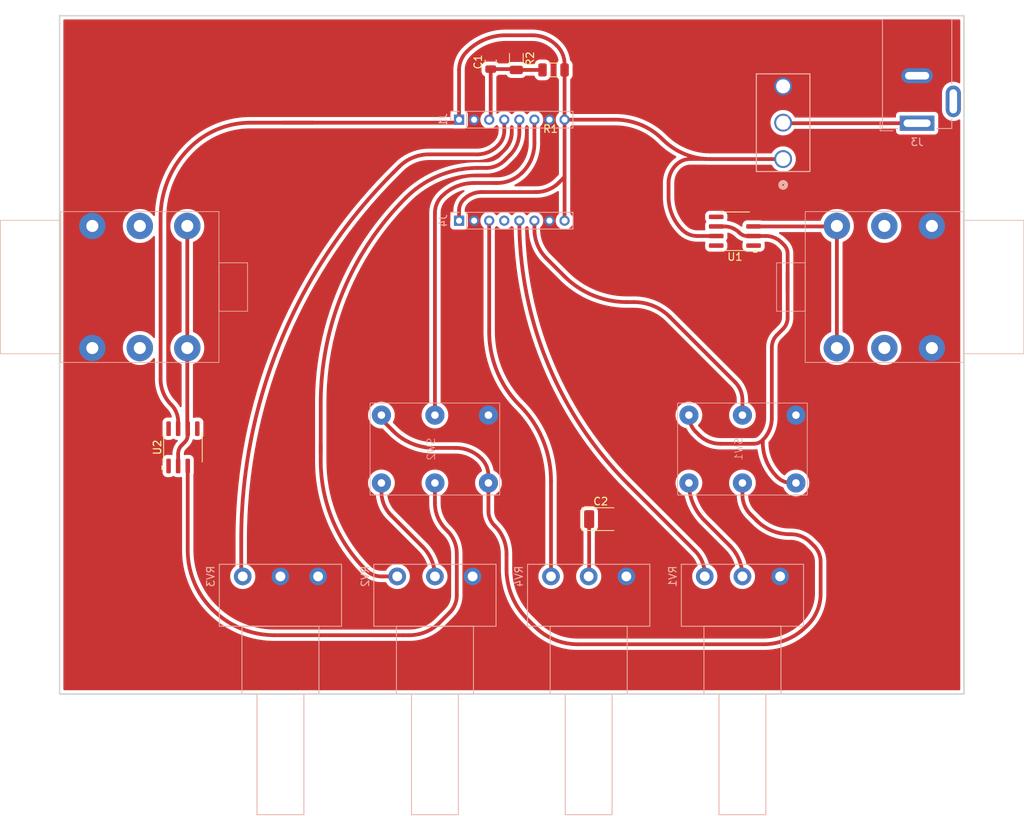
<source format=kicad_pcb>
(kicad_pcb (version 20241229) (generator "pcbnew") (generator_version "9.0")
  (layers (0 "F.Cu" signal) (2 "B.Cu" signal) (13 "F.Paste" user) (15 "B.Paste" user) (5 "F.SilkS" user "F.Silkscreen") (7 "B.SilkS" user "B.Silkscreen") (1 "F.Mask" user) (3 "B.Mask" user) (25 "Edge.Cuts" user))
  (net 0 "")
  (net 1 "GND")
  (net 2 "4.5V")
  (net 3 "Net-(C2-Pad1)")
  (net 4 "potDist")
  (net 5 "9V")
  (net 6 "DistOut")
  (net 7 "DistIn")
  (net 8 "AudioOut")
  (net 11 "Net-(J3-Pad1)")
  (net 13 "potFuzz")
  (net 15 "FuzzOut")
  (net 16 "FuzzIn")
  (net 18 "AudioIn")
  (net 20 "Net-(RV1-Pad2)")
  (net 21 "Net-(RV2-Pad2)")
  (net 22 "Net-(U1--)")
  (net 23 "Net-(SW1-B-Pad5)")
  (net 24 "Net-(U2-+)")
  (footprint "Resistor_SMD:R_1206_3216Metric" (layer "F.Cu") (at 165.5375 32.2 180)
    (property "Reference" "R1" (at 0.4 -7.83 0) (layer "F.SilkS"))
    (property "Value" "1M")
    (fp_line (start -0.727064 0.91) (end 0.727064 0.91) (stroke (width 0.12)) (layer "F.SilkS"))
    (fp_line (start -0.727064 -0.91) (end 0.727064 -0.91) (stroke (width 0.12)) (layer "F.SilkS"))
    (pad "1" smd roundrect (at -1.4625 0 180) (size 1.125 1.75) (layers "F.Cu" "F.Mask" "F.Paste") (roundrect_rratio 0.222222) (net 5 "9V"))
    (pad "2" smd roundrect (at 1.4625 0 180) (size 1.125 1.75) (layers "F.Cu" "F.Mask" "F.Paste") (roundrect_rratio 0.222222) (net 2 "4.5V"))
  )
  (footprint "Package_SO:SOIC-8_3.9x4.9mm_P1.27mm" (layer "F.Cu") (at 189.6 53.6 180)
    (property "Reference" "U1" (at 0 -3.4 0) (layer "F.SilkS"))
    (property "Value" "TL071")
    (fp_line (start 0 2.56) (end 1.95 2.56) (stroke (width 0.12)) (layer "F.SilkS"))
    (fp_line (start 0 2.56) (end -1.95 2.56) (stroke (width 0.12)) (layer "F.SilkS"))
    (fp_line (start 0 -2.56) (end 1.95 -2.56) (stroke (width 0.12)) (layer "F.SilkS"))
    (fp_line (start 0 -2.56) (end -1.95 -2.56) (stroke (width 0.12)) (layer "F.SilkS"))
    (fp_poly (pts (xy -2.7 -2.465) (xy -2.94 -2.795) (xy -2.46 -2.795)) (stroke (width 0.12)) (fill yes) (layer "F.SilkS"))
    (pad "1" smd roundrect (at -2.475 -1.905 180) (size 1.95 0.6) (layers "F.Cu" "F.Mask" "F.Paste"))
    (pad "2" smd roundrect (at -2.475 -0.635 180) (size 1.95 0.6) (layers "F.Cu" "F.Mask" "F.Paste") (net 22 "Net-(U1--)"))
    (pad "3" smd roundrect (at -2.475 0.635 180) (size 1.95 0.6) (layers "F.Cu" "F.Mask" "F.Paste") (net 18 "AudioIn"))
    (pad "4" smd roundrect (at -2.475 1.905 180) (size 1.95 0.6) (layers "F.Cu" "F.Mask" "F.Paste") (net 1 "GND"))
    (pad "5" smd roundrect (at 2.475 1.905 180) (size 1.95 0.6) (layers "F.Cu" "F.Mask" "F.Paste"))
    (pad "6" smd roundrect (at 2.475 0.635 180) (size 1.95 0.6) (layers "F.Cu" "F.Mask" "F.Paste") (net 22 "Net-(U1--)"))
    (pad "7" smd roundrect (at 2.475 -0.635 180) (size 1.95 0.6) (layers "F.Cu" "F.Mask" "F.Paste") (net 5 "9V"))
    (pad "8" smd roundrect (at 2.475 -1.905 180) (size 1.95 0.6) (layers "F.Cu" "F.Mask" "F.Paste"))
  )
  (footprint "Resistor_SMD:R_1206_3216Metric" (layer "F.Cu") (at 160.6 30.7375 -90)
    (property "Reference" "R2" (at 0 -1.83 90) (layer "F.SilkS"))
    (property "Value" "1M")
    (fp_line (start -0.727064 0.91) (end 0.727064 0.91) (stroke (width 0.12)) (layer "F.SilkS"))
    (fp_line (start -0.727064 -0.91) (end 0.727064 -0.91) (stroke (width 0.12)) (layer "F.SilkS"))
    (pad "1" smd roundrect (at -1.4625 0 270) (size 1.125 1.75) (layers "F.Cu" "F.Mask" "F.Paste") (roundrect_rratio 0.222222) (net 1 "GND"))
    (pad "2" smd roundrect (at 1.4625 0 270) (size 1.125 1.75) (layers "F.Cu" "F.Mask" "F.Paste") (roundrect_rratio 0.222222) (net 2 "4.5V"))
  )
  (footprint "Package_SO:SOIC-8_3.9x4.9mm_P1.27mm" (layer "F.Cu") (at 116.365 82.275 90)
    (property "Reference" "U2" (at 0 -3.4 90) (layer "F.SilkS"))
    (property "Value" "TL071")
    (fp_line (start 0 -2.56) (end 1.95 -2.56) (stroke (width 0.12)) (layer "F.SilkS"))
    (fp_line (start 0 -2.56) (end -1.95 -2.56) (stroke (width 0.12)) (layer "F.SilkS"))
    (fp_line (start 0 2.56) (end 1.95 2.56) (stroke (width 0.12)) (layer "F.SilkS"))
    (fp_line (start 0 2.56) (end -1.95 2.56) (stroke (width 0.12)) (layer "F.SilkS"))
    (fp_poly (pts (xy -2.7 -2.465) (xy -2.94 -2.795) (xy -2.46 -2.795)) (stroke (width 0.12)) (fill yes) (layer "F.SilkS"))
    (pad "1" smd roundrect (at -2.475 -1.905 90) (size 1.95 0.6) (layers "F.Cu" "F.Mask" "F.Paste"))
    (pad "2" smd roundrect (at -2.475 -0.635 90) (size 1.95 0.6) (layers "F.Cu" "F.Mask" "F.Paste") (net 8 "AudioOut"))
    (pad "3" smd roundrect (at -2.475 0.635 90) (size 1.95 0.6) (layers "F.Cu" "F.Mask" "F.Paste") (net 24 "Net-(U2-+)"))
    (pad "4" smd roundrect (at -2.475 1.905 90) (size 1.95 0.6) (layers "F.Cu" "F.Mask" "F.Paste") (net 1 "GND"))
    (pad "5" smd roundrect (at 2.475 1.905 90) (size 1.95 0.6) (layers "F.Cu" "F.Mask" "F.Paste"))
    (pad "6" smd roundrect (at 2.475 0.635 90) (size 1.95 0.6) (layers "F.Cu" "F.Mask" "F.Paste") (net 8 "AudioOut"))
    (pad "7" smd roundrect (at 2.475 -0.635 90) (size 1.95 0.6) (layers "F.Cu" "F.Mask" "F.Paste") (net 5 "9V"))
    (pad "8" smd roundrect (at 2.475 -1.905 90) (size 1.95 0.6) (layers "F.Cu" "F.Mask" "F.Paste"))
  )
  (footprint "Capacitor_Tantalum_SMD:CP_EIA-3528-21_Kemet-B" (layer "F.Cu") (at 171.8 91.8)
    (property "Reference" "C2" (at 0 -2.35 0) (layer "F.SilkS"))
    (property "Value" "C_Polarized_US")
    (fp_line (start -2.47 -1.51) (end -2.47 1.51) (stroke (width 0.12)) (layer "F.SilkS"))
    (fp_line (start -2.47 1.51) (end 1.75 1.51) (stroke (width 0.12)) (layer "F.SilkS"))
    (fp_line (start 1.75 -1.51) (end -2.47 -1.51) (stroke (width 0.12)) (layer "F.SilkS"))
    (pad "1" smd roundrect (at -1.54 0) (size 1.34 2.39) (layers "F.Cu" "F.Mask" "F.Paste") (roundrect_rratio 0.186567) (net 3 "Net-(C2-Pad1)"))
    (pad "2" smd roundrect (at 1.54 0) (size 1.34 2.39) (layers "F.Cu" "F.Mask" "F.Paste") (roundrect_rratio 0.186567) (net 1 "GND"))
  )
  (footprint "Capacitor_SMD:C_0805_2012Metric" (layer "F.Cu") (at 157.2 31.1375 90)
    (property "Reference" "C1" (at 0 -1.68 90) (layer "F.SilkS"))
    (property "Value" "1 uF")
    (fp_line (start -0.261252 -0.735) (end 0.261252 -0.735) (stroke (width 0.12)) (layer "F.SilkS"))
    (fp_line (start -0.261252 0.735) (end 0.261252 0.735) (stroke (width 0.12)) (layer "F.SilkS"))
    (pad "1" smd roundrect (at -0.95 0 90) (size 1 1.45) (layers "F.Cu" "F.Mask" "F.Paste") (net 2 "4.5V"))
    (pad "2" smd roundrect (at 0.95 0 90) (size 1 1.45) (layers "F.Cu" "F.Mask" "F.Paste") (net 1 "GND"))
  )
  (footprint "customs:PJ-644C" (layer "B.Cu") (at 110.6432 61 90)
    (property "Reference" "J2" (hide yes))
    (property "Value" "AudioJack3_Switch" (hide yes))
    (fp_rect (start -8.85 -10.5) (end 8.85 -18.5) (stroke (width 0.1)) (fill no) (layer "B.SilkS"))
    (fp_rect (start -3.215 10.5) (end 3.215 14.3) (stroke (width 0.1)) (fill no) (layer "B.SilkS"))
    (fp_rect (start -10 10.5) (end 10 -10.5) (stroke (width 0.1)) (fill no) (layer "B.SilkS"))
    (pad "R" thru_hole circle (at 8.1 0 90) (size 3.5 3.5) (drill 1.6) (layers "*.Cu" "*.Mask"))
    (pad "RN" thru_hole circle (at -8.1 0 90) (size 3.5 3.5) (drill 1.6) (layers "*.Cu" "*.Mask"))
    (pad "S" thru_hole circle (at 8.1 -6.3 90) (size 3.5 3.5) (drill 1.6) (layers "*.Cu" "*.Mask") (net 1 "GND"))
    (pad "SN" thru_hole circle (at -8.1 -6.3 90) (size 3.5 3.5) (drill 1.6) (layers "*.Cu" "*.Mask") (net 1 "GND"))
    (pad "T" thru_hole circle (at 8.1 6.3 90) (size 3.5 3.5) (drill 1.6) (layers "*.Cu" "*.Mask") (net 8 "AudioOut"))
    (pad "TN" thru_hole circle (at -8.1 6.3 90) (size 3.5 3.5) (drill 1.6) (layers "*.Cu" "*.Mask") (net 8 "AudioOut"))
  )
  (footprint "customs:pbs24202p" (layer "B.Cu") (at 190.6 82.5 -90)
    (property "Reference" "SW1" (at 0 0.5 90) (layer "B.SilkS") (effects (font (thickness 0.1)) (justify mirror)))
    (property "Value" "SW_Push_DPDT")
    (fp_rect (start -6.1 8.6) (end 6.1 -8.6) (stroke (width 0.1)) (fill no) (layer "B.SilkS"))
    (pad "1" thru_hole circle (at -4.5 7.1 270) (size 2.54 2.54) (drill 1) (layers "*.Cu" "*.Mask") (net 22 "Net-(U1--)"))
    (pad "2" thru_hole circle (at -4.5 0 270) (size 2.54 2.54) (drill 1) (layers "*.Cu" "*.Mask") (net 16 "FuzzIn"))
    (pad "3" thru_hole circle (at -4.5 -7.1 270) (size 2.54 2.54) (drill 1) (layers "*.Cu" "*.Mask") (net 1 "GND"))
    (pad "4" thru_hole circle (at 4.5 7.1 270) (size 2.54 2.54) (drill 1) (layers "*.Cu" "*.Mask") (net 20 "Net-(RV1-Pad2)"))
    (pad "5" thru_hole circle (at 4.5 0 270) (size 2.54 2.54) (drill 1) (layers "*.Cu" "*.Mask") (net 23 "Net-(SW1-B-Pad5)"))
    (pad "6" thru_hole circle (at 4.5 -7.1 270) (size 2.54 2.54) (drill 1) (layers "*.Cu" "*.Mask") (net 22 "Net-(U1--)"))
  )
  (footprint "Connector_PinHeader_2.00mm:PinHeader_1x08_P2.00mm_Vertical" (layer "B.Cu") (at 153 38.8 -90)
    (property "Reference" "J1" (at 0 2.11 90) (layer "B.SilkS") (effects (justify mirror)))
    (property "Value" "Conn_01x08")
    (fp_line (start -1.11 1.11) (end 0 1.11) (stroke (width 0.12)) (layer "B.SilkS"))
    (fp_line (start -1.11 0) (end -1.11 1.11) (stroke (width 0.12)) (layer "B.SilkS"))
    (fp_line (start -1.11 -1) (end 1.11 -1) (stroke (width 0.12)) (layer "B.SilkS"))
    (fp_line (start -1.11 -1) (end -1.11 -15.11) (stroke (width 0.12)) (layer "B.SilkS"))
    (fp_line (start 1.11 -1) (end 1.11 -15.11) (stroke (width 0.12)) (layer "B.SilkS"))
    (fp_line (start -1.11 -15.11) (end 1.11 -15.11) (stroke (width 0.12)) (layer "B.SilkS"))
    (pad "1" thru_hole rect (at 0 0 270) (size 1.35 1.35) (drill 0.8) (layers "*.Cu" "*.Mask") (net 5 "9V"))
    (pad "2" thru_hole circle (at 0 -2 270) (size 1.35 1.35) (drill 0.8) (layers "*.Cu" "*.Mask") (net 1 "GND"))
    (pad "3" thru_hole circle (at 0 -4 270) (size 1.35 1.35) (drill 0.8) (layers "*.Cu" "*.Mask") (net 2 "4.5V"))
    (pad "4" thru_hole circle (at 0 -6 270) (size 1.35 1.35) (drill 0.8) (layers "*.Cu" "*.Mask") (net 4 "potDist"))
    (pad "5" thru_hole circle (at 0 -8 270) (size 1.35 1.35) (drill 0.8) (layers "*.Cu" "*.Mask") (net 6 "DistOut"))
    (pad "6" thru_hole circle (at 0 -10 270) (size 1.35 1.35) (drill 0.8) (layers "*.Cu" "*.Mask") (net 7 "DistIn"))
    (pad "7" thru_hole circle (at 0 -12 270) (size 1.35 1.35) (drill 0.8) (layers "*.Cu" "*.Mask") (net 1 "GND"))
    (pad "8" thru_hole circle (at 0 -14 270) (size 1.35 1.35) (drill 0.8) (layers "*.Cu" "*.Mask") (net 5 "9V"))
  )
  (footprint "Potentiometer_THT:Potentiometer_Piher_PC-16_Single_Horizontal" (layer "B.Cu") (at 134.3 99.4 -90)
    (property "Reference" "RV3" (at 0 14.25 90) (layer "B.SilkS") (effects (justify mirror)))
    (property "Value" "1M")
    (fp_line (start -1.61 13.11) (end 6.61 13.11) (stroke (width 0.12)) (layer "B.SilkS"))
    (fp_line (start 6.61 13.11) (end 6.61 -3.11) (stroke (width 0.12)) (layer "B.SilkS"))
    (fp_line (start 6.61 10.11) (end 15.61 10.11) (stroke (width 0.12)) (layer "B.SilkS"))
    (fp_line (start 15.61 10.11) (end 15.61 -0.11) (stroke (width 0.12)) (layer "B.SilkS"))
    (fp_line (start 15.61 8.11) (end 31.61 8.11) (stroke (width 0.12)) (layer "B.SilkS"))
    (fp_line (start 31.61 8.11) (end 31.61 1.89) (stroke (width 0.12)) (layer "B.SilkS"))
    (fp_line (start 15.61 1.89) (end 15.61 8.11) (stroke (width 0.12)) (layer "B.SilkS"))
    (fp_line (start 31.61 1.89) (end 15.61 1.89) (stroke (width 0.12)) (layer "B.SilkS"))
    (fp_line (start 6.61 -0.11) (end 6.61 10.11) (stroke (width 0.12)) (layer "B.SilkS"))
    (fp_line (start 15.61 -0.11) (end 6.61 -0.11) (stroke (width 0.12)) (layer "B.SilkS"))
    (fp_line (start -1.61 -3.11) (end -1.61 13.11) (stroke (width 0.12)) (layer "B.SilkS"))
    (fp_line (start 6.61 -3.11) (end -1.61 -3.11) (stroke (width 0.12)) (layer "B.SilkS"))
    (pad "1" thru_hole circle (at 0 0 270) (size 2.34 2.34) (drill 1.3) (layers "*.Cu" "*.Mask") (net 1 "GND"))
    (pad "2" thru_hole circle (at 0 5 270) (size 2.34 2.34) (drill 1.3) (layers "*.Cu" "*.Mask") (net 1 "GND"))
    (pad "3" thru_hole circle (at 0 10 270) (size 2.34 2.34) (drill 1.3) (layers "*.Cu" "*.Mask") (net 4 "potDist"))
  )
  (footprint "Potentiometer_THT:Potentiometer_Piher_PC-16_Single_Horizontal" (layer "B.Cu") (at 195.6 99.4 -90)
    (property "Reference" "RV1" (at 0 14.25 90) (layer "B.SilkS") (effects (justify mirror)))
    (property "Value" "500k")
    (fp_line (start -1.61 13.11) (end 6.61 13.11) (stroke (width 0.12)) (layer "B.SilkS"))
    (fp_line (start 6.61 13.11) (end 6.61 -3.11) (stroke (width 0.12)) (layer "B.SilkS"))
    (fp_line (start 6.61 10.11) (end 15.61 10.11) (stroke (width 0.12)) (layer "B.SilkS"))
    (fp_line (start 15.61 10.11) (end 15.61 -0.11) (stroke (width 0.12)) (layer "B.SilkS"))
    (fp_line (start 15.61 8.11) (end 31.61 8.11) (stroke (width 0.12)) (layer "B.SilkS"))
    (fp_line (start 31.61 8.11) (end 31.61 1.89) (stroke (width 0.12)) (layer "B.SilkS"))
    (fp_line (start 15.61 1.89) (end 15.61 8.11) (stroke (width 0.12)) (layer "B.SilkS"))
    (fp_line (start 31.61 1.89) (end 15.61 1.89) (stroke (width 0.12)) (layer "B.SilkS"))
    (fp_line (start 6.61 -0.11) (end 6.61 10.11) (stroke (width 0.12)) (layer "B.SilkS"))
    (fp_line (start 15.61 -0.11) (end 6.61 -0.11) (stroke (width 0.12)) (layer "B.SilkS"))
    (fp_line (start -1.61 -3.11) (end -1.61 13.11) (stroke (width 0.12)) (layer "B.SilkS"))
    (fp_line (start 6.61 -3.11) (end -1.61 -3.11) (stroke (width 0.12)) (layer "B.SilkS"))
    (pad "1" thru_hole circle (at 0 0 270) (size 2.34 2.34) (drill 1.3) (layers "*.Cu" "*.Mask") (net 1 "GND"))
    (pad "2" thru_hole circle (at 0 5 270) (size 2.34 2.34) (drill 1.3) (layers "*.Cu" "*.Mask") (net 20 "Net-(RV1-Pad2)"))
    (pad "3" thru_hole circle (at 0 10 270) (size 2.34 2.34) (drill 1.3) (layers "*.Cu" "*.Mask") (net 15 "FuzzOut"))
  )
  (footprint "customs:pbs24202p" (layer "B.Cu") (at 149.8 82.5 -90)
    (property "Reference" "SW2" (at 0 0.5 90) (layer "B.SilkS") (effects (font (thickness 0.1)) (justify mirror)))
    (property "Value" "SW_Push_DPDT")
    (fp_rect (start -6.1 8.6) (end 6.1 -8.6) (stroke (width 0.1)) (fill no) (layer "B.SilkS"))
    (pad "1" thru_hole circle (at -4.5 7.1 270) (size 2.54 2.54) (drill 1) (layers "*.Cu" "*.Mask") (net 23 "Net-(SW1-B-Pad5)"))
    (pad "2" thru_hole circle (at -4.5 0 270) (size 2.54 2.54) (drill 1) (layers "*.Cu" "*.Mask") (net 7 "DistIn"))
    (pad "3" thru_hole circle (at -4.5 -7.1 270) (size 2.54 2.54) (drill 1) (layers "*.Cu" "*.Mask") (net 1 "GND"))
    (pad "4" thru_hole circle (at 4.5 7.1 270) (size 2.54 2.54) (drill 1) (layers "*.Cu" "*.Mask") (net 21 "Net-(RV2-Pad2)"))
    (pad "5" thru_hole circle (at 4.5 0 270) (size 2.54 2.54) (drill 1) (layers "*.Cu" "*.Mask") (net 24 "Net-(U2-+)"))
    (pad "6" thru_hole circle (at 4.5 -7.1 270) (size 2.54 2.54) (drill 1) (layers "*.Cu" "*.Mask") (net 23 "Net-(SW1-B-Pad5)"))
  )
  (footprint "Potentiometer_THT:Potentiometer_Piher_PC-16_Single_Horizontal" (layer "B.Cu") (at 175.2 99.4 -90)
    (property "Reference" "RV4" (at 0 14.25 90) (layer "B.SilkS") (effects (justify mirror)))
    (property "Value" "1k")
    (fp_line (start -1.61 13.11) (end 6.61 13.11) (stroke (width 0.12)) (layer "B.SilkS"))
    (fp_line (start 6.61 13.11) (end 6.61 -3.11) (stroke (width 0.12)) (layer "B.SilkS"))
    (fp_line (start 6.61 10.11) (end 15.61 10.11) (stroke (width 0.12)) (layer "B.SilkS"))
    (fp_line (start 15.61 10.11) (end 15.61 -0.11) (stroke (width 0.12)) (layer "B.SilkS"))
    (fp_line (start 15.61 8.11) (end 31.61 8.11) (stroke (width 0.12)) (layer "B.SilkS"))
    (fp_line (start 31.61 8.11) (end 31.61 1.89) (stroke (width 0.12)) (layer "B.SilkS"))
    (fp_line (start 15.61 1.89) (end 15.61 8.11) (stroke (width 0.12)) (layer "B.SilkS"))
    (fp_line (start 31.61 1.89) (end 15.61 1.89) (stroke (width 0.12)) (layer "B.SilkS"))
    (fp_line (start 6.61 -0.11) (end 6.61 10.11) (stroke (width 0.12)) (layer "B.SilkS"))
    (fp_line (start 15.61 -0.11) (end 6.61 -0.11) (stroke (width 0.12)) (layer "B.SilkS"))
    (fp_line (start -1.61 -3.11) (end -1.61 13.11) (stroke (width 0.12)) (layer "B.SilkS"))
    (fp_line (start 6.61 -3.11) (end -1.61 -3.11) (stroke (width 0.12)) (layer "B.SilkS"))
    (pad "1" thru_hole circle (at 0 0 270) (size 2.34 2.34) (drill 1.3) (layers "*.Cu" "*.Mask") (net 1 "GND"))
    (pad "2" thru_hole circle (at 0 5 270) (size 2.34 2.34) (drill 1.3) (layers "*.Cu" "*.Mask") (net 3 "Net-(C2-Pad1)"))
    (pad "3" thru_hole circle (at 0 10 270) (size 2.34 2.34) (drill 1.3) (layers "*.Cu" "*.Mask") (net 13 "potFuzz"))
  )
  (footprint "Connector_BarrelJack:BarrelJack_GCT_DCJ200-10-A_Horizontal" (layer "B.Cu") (at 213.7768 39.2684)
    (property "Reference" "J3" (at 0 2.5 180) (layer "B.SilkS") (effects (justify mirror)))
    (property "Value" "Barrel_Jack_Switch")
    (fp_line (start -4.9 1) (end -4.9 -0.3) (stroke (width 0.12)) (layer "B.SilkS"))
    (fp_line (start -4.6 -13.8) (end -4.6 0.7) (stroke (width 0.12)) (layer "B.SilkS"))
    (fp_line (start -4.6 0.7) (end -2.6 0.7) (stroke (width 0.12)) (layer "B.SilkS"))
    (fp_line (start -3.2 1) (end -4.9 1) (stroke (width 0.12)) (layer "B.SilkS"))
    (fp_line (start 2.6 0.7) (end 4.6 0.7) (stroke (width 0.12)) (layer "B.SilkS"))
    (fp_line (start 4.6 -13.8) (end -4.6 -13.8) (stroke (width 0.12)) (layer "B.SilkS"))
    (fp_line (start 4.6 -5.2) (end 4.6 -13.8) (stroke (width 0.12)) (layer "B.SilkS"))
    (fp_line (start 4.6 0.7) (end 4.6 -0.6) (stroke (width 0.12)) (layer "B.SilkS"))
    (pad "1" thru_hole rect (at 0 0) (size 4.6 2) (drill oval 3.6 1) (layers "*.Cu" "*.Mask") (net 11 "Net-(J3-Pad1)"))
    (pad "2" thru_hole oval (at 0 -6.3) (size 4.2 2) (drill oval 3.2 1) (layers "*.Cu" "*.Mask") (net 1 "GND"))
    (pad "3" thru_hole oval (at 4.8 -2.9) (size 2 4.2) (drill oval 1 3.2) (layers "*.Cu" "*.Mask"))
  )
  (footprint "customs:PJ-644C" (layer "B.Cu") (at 209.4312 61 -90)
    (property "Reference" "J6" (hide yes))
    (property "Value" "AudioJack3_Switch" (hide yes))
    (fp_rect (start -10 10.5) (end 10 -10.5) (stroke (width 0.1)) (fill no) (layer "B.SilkS"))
    (fp_rect (start -3.215 10.5) (end 3.215 14.3) (stroke (width 0.1)) (fill no) (layer "B.SilkS"))
    (fp_rect (start -8.85 -10.5) (end 8.85 -18.5) (stroke (width 0.1)) (fill no) (layer "B.SilkS"))
    (pad "R" thru_hole circle (at 8.1 0 270) (size 3.5 3.5) (drill 1.6) (layers "*.Cu" "*.Mask"))
    (pad "RN" thru_hole circle (at -8.1 0 270) (size 3.5 3.5) (drill 1.6) (layers "*.Cu" "*.Mask"))
    (pad "S" thru_hole circle (at 8.1 -6.3 270) (size 3.5 3.5) (drill 1.6) (layers "*.Cu" "*.Mask") (net 1 "GND"))
    (pad "SN" thru_hole circle (at -8.1 -6.3 270) (size 3.5 3.5) (drill 1.6) (layers "*.Cu" "*.Mask") (net 1 "GND"))
    (pad "T" thru_hole circle (at 8.1 6.3 270) (size 3.5 3.5) (drill 1.6) (layers "*.Cu" "*.Mask") (net 18 "AudioIn"))
    (pad "TN" thru_hole circle (at -8.1 6.3 270) (size 3.5 3.5) (drill 1.6) (layers "*.Cu" "*.Mask") (net 18 "AudioIn"))
  )
  (footprint "Potentiometer_THT:Potentiometer_Piher_PC-16_Single_Horizontal" (layer "B.Cu") (at 154.8 99.4 -90)
    (property "Reference" "RV2" (at 0 14.25 90) (layer "B.SilkS") (effects (justify mirror)))
    (property "Value" "10k")
    (fp_line (start -1.61 13.11) (end 6.61 13.11) (stroke (width 0.12)) (layer "B.SilkS"))
    (fp_line (start 6.61 13.11) (end 6.61 -3.11) (stroke (width 0.12)) (layer "B.SilkS"))
    (fp_line (start 6.61 10.11) (end 15.61 10.11) (stroke (width 0.12)) (layer "B.SilkS"))
    (fp_line (start 15.61 10.11) (end 15.61 -0.11) (stroke (width 0.12)) (layer "B.SilkS"))
    (fp_line (start 15.61 8.11) (end 31.61 8.11) (stroke (width 0.12)) (layer "B.SilkS"))
    (fp_line (start 31.61 8.11) (end 31.61 1.89) (stroke (width 0.12)) (layer "B.SilkS"))
    (fp_line (start 15.61 1.89) (end 15.61 8.11) (stroke (width 0.12)) (layer "B.SilkS"))
    (fp_line (start 31.61 1.89) (end 15.61 1.89) (stroke (width 0.12)) (layer "B.SilkS"))
    (fp_line (start 6.61 -0.11) (end 6.61 10.11) (stroke (width 0.12)) (layer "B.SilkS"))
    (fp_line (start 15.61 -0.11) (end 6.61 -0.11) (stroke (width 0.12)) (layer "B.SilkS"))
    (fp_line (start -1.61 -3.11) (end -1.61 13.11) (stroke (width 0.12)) (layer "B.SilkS"))
    (fp_line (start 6.61 -3.11) (end -1.61 -3.11) (stroke (width 0.12)) (layer "B.SilkS"))
    (pad "1" thru_hole circle (at 0 0 270) (size 2.34 2.34) (drill 1.3) (layers "*.Cu" "*.Mask") (net 1 "GND"))
    (pad "2" thru_hole circle (at 0 5 270) (size 2.34 2.34) (drill 1.3) (layers "*.Cu" "*.Mask") (net 21 "Net-(RV2-Pad2)"))
    (pad "3" thru_hole circle (at 0 10 270) (size 2.34 2.34) (drill 1.3) (layers "*.Cu" "*.Mask") (net 6 "DistOut"))
  )
  (footprint "Footprints_Tcc:ANT13SEC_CRS" (layer "B.Cu") (at 196 44.026 90)
    (property "Reference" "U3" (at 4.826 0 270) (layer "B.SilkS") (effects (justify mirror)))
    (property "Value" "ANT13SECQE")
    (fp_circle (center -3.429 0) (end -3.048 0) (stroke (width 0.508)) (fill no) (layer "F.SilkS"))
    (fp_line (start 11.303 -3.556) (end 11.303 3.556) (stroke (width 0.1524)) (layer "B.SilkS"))
    (fp_line (start -1.651 -3.556) (end 11.303 -3.556) (stroke (width 0.1524)) (layer "B.SilkS"))
    (fp_line (start 11.303 3.556) (end -1.651 3.556) (stroke (width 0.1524)) (layer "B.SilkS"))
    (fp_line (start -1.651 3.556) (end -1.651 -3.556) (stroke (width 0.1524)) (layer "B.SilkS"))
    (fp_circle (center -3.429 0) (end -3.048 0) (stroke (width 0.508)) (fill no) (layer "B.SilkS"))
    (pad "1" thru_hole circle (at 0 0 90) (size 2.3622 2.3622) (drill 1.8542) (layers "*.Cu" "*.Mask") (net 5 "9V"))
    (pad "2" thru_hole circle (at 4.826 0 90) (size 2.3622 2.3622) (drill 1.8542) (layers "*.Cu" "*.Mask") (net 11 "Net-(J3-Pad1)"))
    (pad "3" thru_hole circle (at 9.652 0 90) (size 2.3622 2.3622) (drill 1.8542) (layers "*.Cu" "*.Mask") (net 1 "GND"))
  )
  (footprint "Connector_PinHeader_2.00mm:PinHeader_1x08_P2.00mm_Vertical" (layer "B.Cu") (at 153 52.2 -90)
    (property "Reference" "J4" (at 0 2.11 90) (layer "B.SilkS") (effects (justify mirror)))
    (property "Value" "Conn_01x08")
    (fp_line (start -1.11 1.11) (end 0 1.11) (stroke (width 0.12)) (layer "B.SilkS"))
    (fp_line (start -1.11 0) (end -1.11 1.11) (stroke (width 0.12)) (layer "B.SilkS"))
    (fp_line (start -1.11 -1) (end 1.11 -1) (stroke (width 0.12)) (layer "B.SilkS"))
    (fp_line (start -1.11 -1) (end -1.11 -15.11) (stroke (width 0.12)) (layer "B.SilkS"))
    (fp_line (start 1.11 -1) (end 1.11 -15.11) (stroke (width 0.12)) (layer "B.SilkS"))
    (fp_line (start -1.11 -15.11) (end 1.11 -15.11) (stroke (width 0.12)) (layer "B.SilkS"))
    (pad "1" thru_hole rect (at 0 0 270) (size 1.35 1.35) (drill 0.8) (layers "*.Cu" "*.Mask") (net 5 "9V"))
    (pad "2" thru_hole circle (at 0 -2 270) (size 1.35 1.35) (drill 0.8) (layers "*.Cu" "*.Mask") (net 1 "GND"))
    (pad "3" thru_hole circle (at 0 -4 270) (size 1.35 1.35) (drill 0.8) (layers "*.Cu" "*.Mask") (net 13 "potFuzz"))
    (pad "4" thru_hole circle (at 0 -6 270) (size 1.35 1.35) (drill 0.8) (layers "*.Cu" "*.Mask"))
    (pad "5" thru_hole circle (at 0 -8 270) (size 1.35 1.35) (drill 0.8) (layers "*.Cu" "*.Mask") (net 15 "FuzzOut"))
    (pad "6" thru_hole circle (at 0 -10 270) (size 1.35 1.35) (drill 0.8) (layers "*.Cu" "*.Mask") (net 16 "FuzzIn"))
    (pad "7" thru_hole circle (at 0 -12 270) (size 1.35 1.35) (drill 0.8) (layers "*.Cu" "*.Mask") (net 1 "GND"))
    (pad "8" thru_hole circle (at 0 -14 270) (size 1.35 1.35) (drill 0.8) (layers "*.Cu" "*.Mask") (net 5 "9V"))
  )
  (gr_rect (start 100 25) (end 220 115) (stroke (width 0.2)) (fill no) (layer "Edge.Cuts"))
  (segment (start 164.075 32.2) (end 160.6 32.2) (width 0.5) (layer "F.Cu") (net 2))
  (segment (start 157.2 32.0875) (end 157.2 38.317157) (width 0.5) (layer "F.Cu") (net 2))
  (segment (start 157.2 32.0875) (end 160.328401 32.0875) (width 0.5) (layer "F.Cu") (net 2))
  (arc (start 160.328401 32.0875) (mid 160.475389 32.116738) (end 160.6 32.2) (width 0.5) (layer "F.Cu") (net 2))
  (arc (start 157.2 38.317157) (mid 157.148022 38.57847) (end 157 38.8) (width 0.5) (layer "F.Cu") (net 2))
  (segment (start 170.26 91.8) (end 170.26 99.255147) (width 0.5) (layer "F.Cu") (net 3))
  (arc (start 170.26 99.255147) (mid 170.244406 99.333541) (end 170.2 99.4) (width 0.5) (layer "F.Cu") (net 3))
  (arc (start 170.26 99.055147) (mid 170.244406 99.133541) (end 170.2 99.2) (width 0.5) (layer "F.Cu") (net 3))
  (segment (start 145.025918 45.07334) (end 144.288423 45.810835) (width 0.5) (layer "F.Cu") (net 4))
  (segment (start 159 38.8) (end 159 40.268629) (width 0.5) (layer "F.Cu") (net 4))
  (segment (start 145.05 45.05) (end 145.025918 45.07334) (width 0.5) (layer "F.Cu") (net 4))
  (segment (start 155.385787 43.4) (end 149.033452 43.4) (width 0.5) (layer "F.Cu") (net 4))
  (segment (start 158.2 42.2) (end 158.141421 42.258579) (width 0.5) (layer "F.Cu") (net 4))
  (segment (start 124.1 94.55) (end 124.1 98.917157) (width 0.5) (layer "F.Cu") (net 4))
  (arc (start 149.033452 43.4) (mid 146.877624 43.828821) (end 145.05 45.05) (width 0.5) (layer "F.Cu") (net 4))
  (arc (start 124.1 98.917157) (mid 124.151978 99.17847) (end 124.3 99.4) (width 0.5) (layer "F.Cu") (net 4))
  (arc (start 159 40.268629) (mid 158.792087 41.31388) (end 158.2 42.2) (width 0.5) (layer "F.Cu") (net 4))
  (arc (start 144.288423 45.810835) (mid 129.3468 68.172554) (end 124.1 94.55) (width 0.5) (layer "F.Cu") (net 4))
  (arc (start 158.141421 42.258579) (mid 156.877125 43.103355) (end 155.385787 43.4) (width 0.5) (layer "F.Cu") (net 4))
  (segment (start 167 46.4) (end 167 52.2) (width 0.5) (layer "F.Cu") (net 5))
  (segment (start 117.2 42.6) (end 117.258579 42.541421) (width 0.5) (layer "F.Cu") (net 5))
  (segment (start 163.2 48.4) (end 163.231615 48.399505) (width 0.5) (layer "F.Cu") (net 5))
  (segment (start 115.73 79.8) (end 115.73 78.845219) (width 0.5) (layer "F.Cu") (net 5))
  (segment (start 153 38.8) (end 153 32.214214) (width 0.5) (layer "F.Cu") (net 5))
  (segment (start 167 38.8) (end 167 46.4) (width 0.5) (layer "F.Cu") (net 5))
  (segment (start 153 38.8) (end 152.6 39.2) (width 0.5) (layer "F.Cu") (net 5))
  (segment (start 153 52.2) (end 153 50.848528) (width 0.5) (layer "F.Cu") (net 5))
  (segment (start 166.251282 47.148718) (end 167 46.4) (width 0.5) (layer "F.Cu") (net 5))
  (segment (start 184.615868 54.235) (end 187.125 54.235) (width 0.5) (layer "F.Cu") (net 5))
  (segment (start 173.723045 38.8) (end 167 38.8) (width 0.5) (layer "F.Cu") (net 5))
  (segment (start 152.6 39.2) (end 133.6 39.2) (width 0.5) (layer "F.Cu") (net 5))
  (segment (start 196 44.026) (end 186.339725 44.026) (width 0.5) (layer "F.Cu") (net 5))
  (segment (start 162.690482 27.6) (end 159.2 27.6) (width 0.5) (layer "F.Cu") (net 5))
  (segment (start 154 29.8) (end 154.07868 29.72132) (width 0.5) (layer "F.Cu") (net 5))
  (segment (start 113.4 73.220101) (end 113.4 51.774012) (width 0.5) (layer "F.Cu") (net 5))
  (segment (start 133.6 39.2) (end 129.642641 39.2) (width 0.5) (layer "F.Cu") (net 5))
  (segment (start 125.325483 39.2) (end 133.6 39.2) (width 0.5) (layer "F.Cu") (net 5))
  (segment (start 180.8 47.214214) (end 180.8 49.054416) (width 0.5) (layer "F.Cu") (net 5))
  (segment (start 166 29) (end 165.949103 28.949765) (width 0.5) (layer "F.Cu") (net 5))
  (segment (start 185.8 44.009741) (end 183.707854 44.009741) (width 0.5) (layer "F.Cu") (net 5))
  (segment (start 167 32.2) (end 167 31.414214) (width 0.5) (layer "F.Cu") (net 5))
  (segment (start 167 32.2) (end 167 38.8) (width 0.5) (layer "F.Cu") (net 5))
  (segment (start 156.014214 48.4) (end 163.2 48.4) (width 0.5) (layer "F.Cu") (net 5))
  (arc (start 180 41.4) (mid 177.120109 39.475718) (end 173.723045 38.8) (width 0.5) (layer "F.Cu") (net 5))
  (arc (start 115.73 78.845219) (mid 115.488301 77.630115) (end 114.8 76.6) (width 0.5) (layer "F.Cu") (net 5))
  (arc (start 182.6 53.4) (mid 183.524888 54.01799) (end 184.615868 54.235) (width 0.5) (layer "F.Cu") (net 5))
  (arc (start 186.339725 44.026) (mid 182.90869 43.343525) (end 180 41.4) (width 0.5) (layer "F.Cu") (net 5))
  (arc (start 153.6 49.4) (mid 154.707651 48.659892) (end 156.014214 48.4) (width 0.5) (layer "F.Cu") (net 5))
  (arc (start 153 50.848528) (mid 153.155935 50.064591) (end 153.6 49.4) (width 0.5) (layer "F.Cu") (net 5))
  (arc (start 153 32.214214) (mid 153.259891 30.907651) (end 154 29.8) (width 0.5) (layer "F.Cu") (net 5))
  (arc (start 154.07868 29.72132) (mid 156.428362 28.151313) (end 159.2 27.6) (width 0.5) (layer "F.Cu") (net 5))
  (arc (start 114.8 76.6) (mid 113.763848 75.049289) (end 113.4 73.220101) (width 0.5) (layer "F.Cu") (net 5))
  (arc (start 165.949103 28.949765) (mid 164.454035 27.950792) (end 162.690482 27.6) (width 0.5) (layer "F.Cu") (net 5))
  (arc (start 183.707854 44.009741) (mid 182.675331 44.215122) (end 181.8 44.8) (width 0.5) (layer "F.Cu") (net 5))
  (arc (start 181.8 44.8) (mid 181.059892 45.907651) (end 180.8 47.214214) (width 0.5) (layer "F.Cu") (net 5))
  (arc (start 117.258579 42.541421) (mid 120.959706 40.068407) (end 125.325483 39.2) (width 0.5) (layer "F.Cu") (net 5))
  (arc (start 113.4 51.774012) (mid 114.387587 46.809072) (end 117.2 42.6) (width 0.5) (layer "F.Cu") (net 5))
  (arc (start 180.8 49.054416) (mid 181.267805 51.406229) (end 182.6 53.4) (width 0.5) (layer "F.Cu") (net 5))
  (arc (start 163.231615 48.399505) (mid 164.865847 48.074436) (end 166.251282 47.148718) (width 0.5) (layer "F.Cu") (net 5))
  (arc (start 167 31.414214) (mid 166.740109 30.10765) (end 166 29) (width 0.5) (layer "F.Cu") (net 5))
  (segment (start 159.75 43.5) (end 159.706066 43.543934) (width 0.5) (layer "F.Cu") (net 6))
  (segment (start 134.65 76.393545) (end 134.65 81.9) (width 0.5) (layer "F.Cu") (net 6))
  (segment (start 156.6 45.2) (end 155.486144 45.2) (width 0.5) (layer "F.Cu") (net 6))
  (segment (start 161 38.8) (end 161 40.482233) (width 0.5) (layer "F.Cu") (net 6))
  (segment (start 134.65 82.008579) (end 134.65 82.25) (width 0.5) (layer "F.Cu") (net 6))
  (segment (start 134.65 84.064719) (end 134.65 82.25) (width 0.5) (layer "F.Cu") (net 6))
  (segment (start 145.95 49.15) (end 145.923271 49.177461) (width 0.5) (layer "F.Cu") (net 6))
  (segment (start 159.706066 43.543934) (end 159.075305 44.174695) (width 0.5) (layer "F.Cu") (net 6))
  (segment (start 134.65 81.9) (end 134.65 82.008579) (width 0.5) (layer "F.Cu") (net 6))
  (segment (start 144.8 99.4) (end 142.702082 99.4) (width 0.5) (layer "F.Cu") (net 6))
  (segment (start 134.65 82.25) (end 134.65 83.151724) (width 0.5) (layer "F.Cu") (net 6))
  (arc (start 155.486144 45.2) (mid 150.32522 46.226571) (end 145.95 49.15) (width 0.5) (layer "F.Cu") (net 6))
  (arc (start 161 40.482233) (mid 160.675136 42.115437) (end 159.75 43.5) (width 0.5) (layer "F.Cu") (net 6))
  (arc (start 140.65 98.55) (mid 136.209349 91.904097) (end 134.65 84.064719) (width 0.5) (layer "F.Cu") (net 6))
  (arc (start 145.923271 49.177461) (mid 137.579828 61.664306) (end 134.65 76.393545) (width 0.5) (layer "F.Cu") (net 6))
  (arc (start 142.702082 99.4) (mid 141.591503 99.179092) (end 140.65 98.55) (width 0.5) (layer "F.Cu") (net 6))
  (arc (start 159.075305 44.174695) (mid 157.939625 44.933532) (end 156.6 45.2) (width 0.5) (layer "F.Cu") (net 6))
  (segment (start 149.8 51.172124) (end 149.8 78) (width 0.5) (layer "F.Cu") (net 7))
  (segment (start 158.020101 47.2) (end 157.682843 47.2) (width 0.5) (layer "F.Cu") (net 7))
  (segment (start 163 38.8) (end 163 41.937258) (width 0.5) (layer "F.Cu") (net 7))
  (segment (start 157.682843 47.2) (end 154.974206 47.2) (width 0.5) (layer "F.Cu") (net 7))
  (arc (start 154.974206 47.2) (mid 152.668842 47.658565) (end 150.714449 48.964449) (width 0.5) (layer "F.Cu") (net 7))
  (arc (start 161.4 45.8) (mid 159.849289 46.836152) (end 158.020101 47.2) (width 0.5) (layer "F.Cu") (net 7))
  (arc (start 150.714449 48.964449) (mid 150.037657 49.977339) (end 149.8 51.172124) (width 0.5) (layer "F.Cu") (net 7))
  (arc (start 163 41.937258) (mid 162.584173 44.027759) (end 161.4 45.8) (width 0.5) (layer "F.Cu") (net 7))
  (segment (start 116.9432 69.1) (end 116.9432 79.662873) (width 0.5) (layer "F.Cu") (net 8))
  (segment (start 115.73 83.13468) (end 115.73 84.75) (width 0.5) (layer "F.Cu") (net 8))
  (segment (start 116.9432 52.9) (end 116.9432 69.1) (width 0.5) (layer "F.Cu") (net 8))
  (segment (start 117 79.8) (end 117 80.634315) (width 0.5) (layer "F.Cu") (net 8))
  (segment (start 116.6 81.6) (end 116.2 82) (width 0.5) (layer "F.Cu") (net 8))
  (arc (start 116.2 82) (mid 115.852149 82.520595) (end 115.73 83.13468) (width 0.5) (layer "F.Cu") (net 8))
  (arc (start 117 80.634315) (mid 116.896043 81.15694) (end 116.6 81.6) (width 0.5) (layer "F.Cu") (net 8))
  (arc (start 117.100124 69.165) (mid 117.015197 69.148107) (end 116.9432 69.1) (width 0.5) (layer "F.Cu") (net 8))
  (arc (start 116.9432 79.662873) (mid 116.957962 79.737085) (end 117 79.8) (width 0.5) (layer "F.Cu") (net 8))
  (segment (start 213.7768 39.2684) (end 196.165132 39.2684) (width 0.5) (layer "F.Cu") (net 11))
  (arc (start 196.165132 39.2684) (mid 196.075763 39.250623) (end 196 39.2) (width 0.5) (layer "F.Cu") (net 11))
  (segment (start 165.2 99.4) (end 165.2 86.718986) (width 0.5) (layer "F.Cu") (net 13))
  (segment (start 157 66.922435) (end 157 52.2) (width 0.5) (layer "F.Cu") (net 13))
  (arc (start 165.2 86.718986) (mid 164.12145 81.29675) (end 161.05 76.7) (width 0.5) (layer "F.Cu") (net 13))
  (arc (start 161.05 76.7) (mid 158.052561 72.214015) (end 157 66.922435) (width 0.5) (layer "F.Cu") (net 13))
  (segment (start 184.3 96) (end 175.495689 87.195689) (width 0.5) (layer "F.Cu") (net 15))
  (segment (start 185.6 99.4) (end 185.6 99.138478) (width 0.5) (layer "F.Cu") (net 15))
  (arc (start 175.495689 87.195689) (mid 164.767307 71.13953) (end 161 52.2) (width 0.5) (layer "F.Cu") (net 15))
  (arc (start 185.6 99.138478) (mid 185.262141 97.439946) (end 184.3 96) (width 0.5) (layer "F.Cu") (net 15))
  (segment (start 166.947308 59.547309) (end 165 57.6) (width 0.5) (layer "F.Cu") (net 16))
  (segment (start 181 65) (end 180.972539 64.973271) (width 0.5) (layer "F.Cu") (net 16))
  (segment (start 176.208641 63) (end 175.282843 63) (width 0.5) (layer "F.Cu") (net 16))
  (segment (start 163 53.337258) (end 163 52.2) (width 0.5) (layer "F.Cu") (net 16))
  (segment (start 189.6 73.6) (end 181 65) (width 0.5) (layer "F.Cu") (net 16))
  (segment (start 190.6 78) (end 190.6 76.014214) (width 0.5) (layer "F.Cu") (net 16))
  (segment (start 165 57.6) (end 164.6 57.2) (width 0.5) (layer "F.Cu") (net 16))
  (arc (start 190.6 76.014214) (mid 190.340109 74.70765) (end 189.6 73.6) (width 0.5) (layer "F.Cu") (net 16))
  (arc (start 175.282843 63) (mid 170.771684 62.102675) (end 166.947308 59.547309) (width 0.5) (layer "F.Cu") (net 16))
  (arc (start 180.972539 64.973271) (mid 178.786844 63.512836) (end 176.208641 63) (width 0.5) (layer "F.Cu") (net 16))
  (arc (start 164.6 57.2) (mid 163.415826 55.427759) (end 163 53.337258) (width 0.5) (layer "F.Cu") (net 16))
  (segment (start 203.1312 52.9) (end 203.1312 69.1) (width 0.5) (layer "F.Cu") (net 18))
  (segment (start 202.974276 52.965) (end 192.075 52.965) (width 0.5) (layer "F.Cu") (net 18))
  (arc (start 203.1312 52.9) (mid 203.059202 52.948107) (end 202.974276 52.965) (width 0.5) (layer "F.Cu") (net 18))
  (segment (start 187.8 94.2) (end 185.55061 91.95061) (width 0.5) (layer "F.Cu") (net 20))
  (segment (start 188.902944 95.302943) (end 187.8 94.2) (width 0.5) (layer "F.Cu") (net 20))
  (arc (start 190.6 99.4) (mid 190.158949 97.182689) (end 188.902944 95.302943) (width 0.5) (layer "F.Cu") (net 20))
  (arc (start 185.55061 91.95061) (mid 184.032936 89.679251) (end 183.5 87) (width 0.5) (layer "F.Cu") (net 20))
  (segment (start 144 91.3) (end 148.173655 95.473655) (width 0.5) (layer "F.Cu") (net 21))
  (segment (start 142.7 87) (end 142.7 88.161522) (width 0.5) (layer "F.Cu") (net 21))
  (arc (start 148.173655 95.473655) (mid 149.377327 97.275078) (end 149.8 99.4) (width 0.5) (layer "F.Cu") (net 21))
  (arc (start 142.7 88.161522) (mid 143.037859 89.860054) (end 144 91.3) (width 0.5) (layer "F.Cu") (net 21))
  (segment (start 196.6 65.051472) (end 196.6 61.5) (width 0.5) (layer "F.Cu") (net 22))
  (segment (start 193.295249 81.3) (end 193.295249 81.601524) (width 0.5) (layer "F.Cu") (net 22))
  (segment (start 197.131371 87) (end 197.7 87) (width 0.5) (layer "F.Cu") (net 22))
  (segment (start 192.075 54.235) (end 191.250183 54.235) (width 0.5) (layer "F.Cu") (net 22))
  (segment (start 196.6 56.607107) (end 196.6 61.5) (width 0.5) (layer "F.Cu") (net 22))
  (segment (start 194.5 78.391474) (end 194.5 69.007107) (width 0.5) (layer "F.Cu") (net 22))
  (segment (start 195.8 55.1) (end 196.1 55.4) (width 0.5) (layer "F.Cu") (net 22))
  (segment (start 196.6 61.5) (end 196.6 59.079899) (width 0.5) (layer "F.Cu") (net 22))
  (segment (start 192.075 54.235) (end 193.711705 54.235) (width 0.5) (layer "F.Cu") (net 22))
  (segment (start 195.176777 67.373223) (end 195.964645 66.585355) (width 0.5) (layer "F.Cu") (net 22))
  (segment (start 188.184132 52.965) (end 187.125 52.965) (width 0.5) (layer "F.Cu") (net 22))
  (segment (start 187.697056 81.8) (end 191.59383 81.8) (width 0.5) (layer "F.Cu") (net 22))
  (segment (start 184.419239 80.219239) (end 184.8 80.6) (width 0.5) (layer "F.Cu") (net 22))
  (segment (start 191.59383 81.8) (end 192.088142 81.8) (width 0.5) (layer "F.Cu") (net 22))
  (arc (start 190.2 53.8) (mid 189.275112 53.182009) (end 188.184132 52.965) (width 0.5) (layer "F.Cu") (net 22))
  (arc (start 195.964645 66.585355) (mid 196.434877 65.881603) (end 196.6 65.051472) (width 0.5) (layer "F.Cu") (net 22))
  (arc (start 194.5 69.007107) (mid 194.675889 68.122855) (end 195.176777 67.373223) (width 0.5) (layer "F.Cu") (net 22))
  (arc (start 196.1 55.4) (mid 196.470054 55.953826) (end 196.6 56.607107) (width 0.5) (layer "F.Cu") (net 22))
  (arc (start 193.711705 54.235) (mid 194.841882 54.459806) (end 195.8 55.1) (width 0.5) (layer "F.Cu") (net 22))
  (arc (start 183.5 78) (mid 183.738902 79.201044) (end 184.419239 80.219239) (width 0.5) (layer "F.Cu") (net 22))
  (arc (start 191.250183 54.235) (mid 190.681828 54.121947) (end 190.2 53.8) (width 0.5) (layer "F.Cu") (net 22))
  (arc (start 184.8 80.6) (mid 186.129181 81.48813) (end 187.697056 81.8) (width 0.5) (layer "F.Cu") (net 22))
  (arc (start 195.2 86.2) (mid 196.08612 86.792087) (end 197.131371 87) (width 0.5) (layer "F.Cu") (net 22))
  (arc (start 192.088142 81.8) (mid 192.741424 81.670054) (end 193.295249 81.3) (width 0.5) (layer "F.Cu") (net 22))
  (arc (start 193.295249 81.3) (mid 194.186895 79.965557) (end 194.5 78.391474) (width 0.5) (layer "F.Cu") (net 22))
  (arc (start 193.295249 81.601524) (mid 193.790278 84.090201) (end 195.2 86.2) (width 0.5) (layer "F.Cu") (net 22))
  (segment (start 190.6 88.5724) (end 190.6 87) (width 0.5) (layer "F.Cu") (net 23))
  (segment (start 200.975549 101.684156) (end 200.975549 97.463762) (width 0.5) (layer "F.Cu") (net 23))
  (segment (start 159.3 96.429898) (end 159.3 98.408579) (width 0.5) (layer "F.Cu") (net 23))
  (segment (start 191.7 91.2) (end 191.680675 91.18138) (width 0.5) (layer "F.Cu") (net 23))
  (segment (start 149.681981 82.35) (end 152.570101 82.35) (width 0.5) (layer "F.Cu") (net 23))
  (segment (start 200.1 95.35) (end 199.646016 94.896016) (width 0.5) (layer "F.Cu") (net 23))
  (segment (start 197 93.8) (end 196.891421 93.8) (width 0.5) (layer "F.Cu") (net 23))
  (segment (start 199.05 106.05) (end 199.25 105.85) (width 0.5) (layer "F.Cu") (net 23))
  (segment (start 168.73198 108.4) (end 193.376598 108.4) (width 0.5) (layer "F.Cu") (net 23))
  (segment (start 192.467588 91.967589) (end 191.7 91.2) (width 0.5) (layer "F.Cu") (net 23))
  (segment (start 156.9 87) (end 156.9 90.718629) (width 0.5) (layer "F.Cu") (net 23))
  (segment (start 157.7 92.65) (end 157.758579 92.708579) (width 0.5) (layer "F.Cu") (net 23))
  (segment (start 143.088909 78.938908) (end 144.25 80.1) (width 0.5) (layer "F.Cu") (net 23))
  (segment (start 162.05165 105.05165) (end 163.043934 106.043934) (width 0.5) (layer "F.Cu") (net 23))
  (segment (start 156.9 86.043503) (end 156.9 87) (width 0.5) (layer "F.Cu") (net 23))
  (arc (start 163.043934 106.043934) (mid 165.653632 107.787678) (end 168.73198 108.4) (width 0.5) (layer "F.Cu") (net 23))
  (arc (start 157.758579 92.708579) (mid 158.899398 94.415935) (end 159.3 96.429898) (width 0.5) (layer "F.Cu") (net 23))
  (arc (start 199.25 105.85) (mid 200.527093 103.938694) (end 200.975549 101.684156) (width 0.5) (layer "F.Cu") (net 23))
  (arc (start 191.680675 91.18138) (mid 190.880858 89.98437) (end 190.6 88.5724) (width 0.5) (layer "F.Cu") (net 23))
  (arc (start 142.7 78) (mid 142.801074 78.508134) (end 143.088909 78.938908) (width 0.5) (layer "F.Cu") (net 23))
  (arc (start 155.95 83.75) (mid 156.653103 84.802268) (end 156.9 86.043503) (width 0.5) (layer "F.Cu") (net 23))
  (arc (start 199.646016 94.896016) (mid 198.432014 94.084845) (end 197 93.8) (width 0.5) (layer "F.Cu") (net 23))
  (arc (start 144.25 80.1) (mid 146.742214 81.765244) (end 149.681981 82.35) (width 0.5) (layer "F.Cu") (net 23))
  (arc (start 196.891421 93.8) (mid 194.49726 93.323772) (end 192.467588 91.967589) (width 0.5) (layer "F.Cu") (net 23))
  (arc (start 159.3 98.408579) (mid 160.015131 102.003783) (end 162.05165 105.05165) (width 0.5) (layer "F.Cu") (net 23))
  (arc (start 156.9 90.718629) (mid 157.107913 91.763879) (end 157.7 92.65) (width 0.5) (layer "F.Cu") (net 23))
  (arc (start 200.975549 97.463762) (mid 200.748001 96.319802) (end 200.1 95.35) (width 0.5) (layer "F.Cu") (net 23))
  (arc (start 152.570101 82.35) (mid 154.399289 82.713848) (end 155.95 83.75) (width 0.5) (layer "F.Cu") (net 23))
  (arc (start 193.376598 108.4) (mid 196.447021 107.789255) (end 199.05 106.05) (width 0.5) (layer "F.Cu") (net 23))
  (segment (start 151.45 93.35) (end 151.235356 93.135356) (width 0.5) (layer "F.Cu") (net 24))
  (segment (start 149.8 89.6701) (end 149.8 87) (width 0.5) (layer "F.Cu") (net 24))
  (segment (start 150.411701 105.538299) (end 151.75 104.2) (width 0.5) (layer "F.Cu") (net 24))
  (segment (start 120.25 103.75) (end 120.293934 103.793934) (width 0.5) (layer "F.Cu") (net 24))
  (segment (start 128.516905 107.2) (end 145.6 107.2) (width 0.5) (layer "F.Cu") (net 24))
  (segment (start 152.7 101.906497) (end 152.7 97.35) (width 0.5) (layer "F.Cu") (net 24))
  (segment (start 117 84.75) (end 117 95.903806) (width 0.5) (layer "F.Cu") (net 24))
  (segment (start 145.6 107.2) (end 146.4 107.2) (width 0.5) (layer "F.Cu") (net 24))
  (segment (start 152.7 97.35) (end 152.7 96.367767) (width 0.5) (layer "F.Cu") (net 24))
  (arc (start 120.293934 103.793934) (mid 124.066665 106.314792) (end 128.516905 107.2) (width 0.5) (layer "F.Cu") (net 24))
  (arc (start 146.4 107.2) (mid 148.571117 106.768138) (end 150.411701 105.538299) (width 0.5) (layer "F.Cu") (net 24))
  (arc (start 151.75 104.2) (mid 152.453103 103.147731) (end 152.7 101.906497) (width 0.5) (layer "F.Cu") (net 24))
  (arc (start 117 95.903806) (mid 117.844648 100.150135) (end 120.25 103.75) (width 0.5) (layer "F.Cu") (net 24))
  (arc (start 151.235356 93.135356) (mid 150.173037 91.545483) (end 149.8 89.6701) (width 0.5) (layer "F.Cu") (net 24))
  (arc (start 152.7 96.367767) (mid 152.375136 94.734563) (end 151.45 93.35) (width 0.5) (layer "F.Cu") (net 24))
  (zone (net 1) (net_name "GND") (layer "F.Cu") (connect_pads (clearance 0.5)) (min_thickness 0.25) (fill yes (thermal_gap 0.5) (thermal_bridge_width 0.5))
    (polygon (pts (xy 100 25) (xy 220 25) (xy 220 115) (xy 100 115)))
  )
)
</source>
